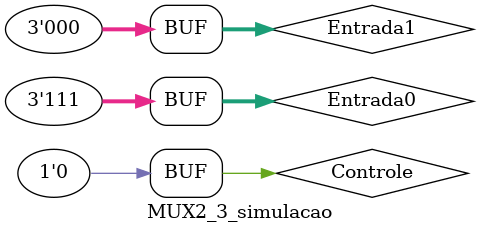
<source format=v>
module MUX2_3 (Entrada0, Entrada1, Controle, Resultado);

  input [2:0] Entrada0, Entrada1;
  input Controle;
  output [2:0] Resultado;

  assign Resultado = Controle ? Entrada1 : Entrada0;

endmodule

module MUX2_3_simulacao;
  reg [2:0] Entrada0, Entrada1;
  reg Controle;
  wire [2:0] Resultado;

  initial begin
    $monitor("Time=%0d Entrada0=%b Entrada1=%b Controle=%b Resultado=%b",
    $time, Entrada0, Entrada1, Controle, Resultado);
  end

  initial begin
    Entrada0 <= 3'b111;
    Entrada1 <= 3'b000;
    Controle <= 0;
  end

  always begin
    #1 Controle <= 1;
    #1 Controle <= 0;
    
  end

  MUX2_3 MUX2_3Canais(Entrada0, Entrada1, Controle, Resultado);

endmodule
</source>
